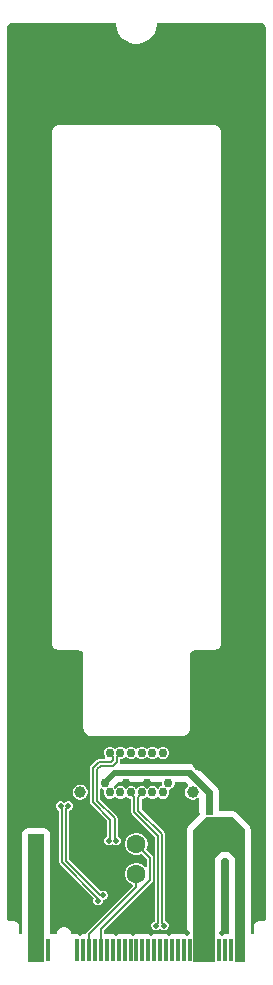
<source format=gbl>
G04*
G04 #@! TF.GenerationSoftware,Altium Limited,Altium Designer,24.5.2 (23)*
G04*
G04 Layer_Physical_Order=2*
G04 Layer_Color=16711680*
%FSLAX44Y44*%
%MOMM*%
G71*
G04*
G04 #@! TF.SameCoordinates,6FC596C0-74E6-4E27-895D-4E0FE7D6B679*
G04*
G04*
G04 #@! TF.FilePolarity,Positive*
G04*
G01*
G75*
%ADD12C,0.2000*%
%ADD23R,0.4000X0.4000*%
%ADD24O,1.2080X2.4160*%
%ADD25O,1.4080X2.8160*%
%ADD26C,0.7500*%
%ADD27C,1.0000*%
%ADD28C,1.6000*%
%ADD29C,0.5000*%
%ADD30R,0.3500X1.9500*%
G36*
X215001Y799999D02*
X215001Y799999D01*
X215001Y799999D01*
X215001D01*
X216172Y799926D01*
X217832Y799238D01*
X219239Y797832D01*
X220000Y795995D01*
X220000Y795000D01*
X220000Y41999D01*
Y41601D01*
X219695Y40867D01*
X219133Y40304D01*
X218398Y40000D01*
X214501D01*
X214500Y40000D01*
X213525Y39904D01*
X211722Y39158D01*
X210343Y37779D01*
X209596Y35977D01*
X209499Y35001D01*
Y28999D01*
X206848D01*
Y117250D01*
X206460Y119201D01*
X205355Y120855D01*
X195105Y131105D01*
X193451Y132210D01*
X191500Y132598D01*
X179598D01*
Y149500D01*
X179210Y151451D01*
X178105Y153105D01*
X160105Y171105D01*
X158451Y172210D01*
X156500Y172598D01*
X96846D01*
X96132Y173731D01*
X96124Y173868D01*
X96299Y174750D01*
Y177000D01*
X97544D01*
X99474Y177799D01*
X100170Y178496D01*
X101000Y179232D01*
X101830Y178496D01*
X102526Y177799D01*
X104456Y177000D01*
X106544D01*
X108474Y177799D01*
X109170Y178496D01*
X110000Y179232D01*
X110830Y178496D01*
X111526Y177799D01*
X113456Y177000D01*
X115544D01*
X117474Y177799D01*
X118170Y178496D01*
X119000Y179232D01*
X119830Y178496D01*
X120526Y177799D01*
X122456Y177000D01*
X124544D01*
X126474Y177799D01*
X127170Y178496D01*
X128000Y179232D01*
X128830Y178496D01*
X129526Y177799D01*
X131456Y177000D01*
X133544D01*
X135474Y177799D01*
X136951Y179276D01*
X137750Y181206D01*
Y183294D01*
X136951Y185224D01*
X135474Y186701D01*
X133544Y187500D01*
X131456D01*
X129526Y186701D01*
X128830Y186004D01*
X128000Y185268D01*
X127170Y186004D01*
X126474Y186701D01*
X124544Y187500D01*
X122456D01*
X120526Y186701D01*
X119830Y186004D01*
X119000Y185268D01*
X118170Y186004D01*
X117474Y186701D01*
X115544Y187500D01*
X113456D01*
X111526Y186701D01*
X110830Y186004D01*
X110000Y185268D01*
X109170Y186004D01*
X108474Y186701D01*
X106544Y187500D01*
X104456D01*
X102526Y186701D01*
X101830Y186004D01*
X101000Y185268D01*
X100170Y186004D01*
X99474Y186701D01*
X97544Y187500D01*
X95456D01*
X93526Y186701D01*
X92830Y186004D01*
X92000Y185268D01*
X91170Y186004D01*
X90474Y186701D01*
X88544Y187500D01*
X86456D01*
X84526Y186701D01*
X83049Y185224D01*
X82250Y183294D01*
Y181206D01*
X83049Y179276D01*
X83756Y178569D01*
X83230Y177299D01*
X78300D01*
X77325Y177105D01*
X76498Y176552D01*
X71448Y171502D01*
X70895Y170675D01*
X70701Y169700D01*
Y140269D01*
X70895Y139294D01*
X71448Y138467D01*
X85451Y124464D01*
Y111645D01*
X84234Y111141D01*
X83109Y110016D01*
X82500Y108546D01*
Y106954D01*
X83109Y105484D01*
X84234Y104359D01*
X85704Y103750D01*
X87296D01*
X88766Y104359D01*
X89750Y105343D01*
X90734Y104359D01*
X92204Y103750D01*
X93796D01*
X95266Y104359D01*
X96391Y105484D01*
X97000Y106954D01*
Y108546D01*
X96391Y110016D01*
X95266Y111141D01*
X94049Y111645D01*
Y126969D01*
X93855Y127944D01*
X93302Y128771D01*
X79299Y142775D01*
Y151367D01*
X80569Y152074D01*
X81637Y151632D01*
X82491Y150376D01*
X82250Y149794D01*
Y147706D01*
X83049Y145776D01*
X84526Y144299D01*
X86456Y143500D01*
X88544D01*
X90474Y144299D01*
X91170Y144996D01*
X92000Y145732D01*
X92830Y144996D01*
X93526Y144299D01*
X95456Y143500D01*
X97544D01*
X99474Y144299D01*
X100170Y144996D01*
X101000Y145732D01*
X101830Y144996D01*
X102526Y144299D01*
X104456Y143500D01*
X105701D01*
Y131800D01*
X105895Y130825D01*
X106448Y129998D01*
X125701Y110744D01*
Y39895D01*
X124484Y39391D01*
X123359Y38266D01*
X122750Y36796D01*
Y35204D01*
X123359Y33734D01*
X124484Y32609D01*
X125954Y32000D01*
X127546D01*
X129016Y32609D01*
X130000Y33593D01*
X130984Y32609D01*
X132454Y32000D01*
X134046D01*
X135516Y32609D01*
X136641Y33734D01*
X137250Y35204D01*
Y36796D01*
X136641Y38266D01*
X135516Y39391D01*
X134299Y39895D01*
Y113250D01*
X134105Y114226D01*
X133552Y115052D01*
X114299Y134306D01*
Y143500D01*
X115544D01*
X117474Y144299D01*
X118170Y144996D01*
X119000Y145732D01*
X119830Y144996D01*
X120526Y144299D01*
X122456Y143500D01*
X124544D01*
X126474Y144299D01*
X127170Y144996D01*
X128000Y145732D01*
X128830Y144996D01*
X129526Y144299D01*
X131456Y143500D01*
X133544D01*
X135474Y144299D01*
X136951Y145776D01*
X137750Y147706D01*
Y149794D01*
X137509Y150376D01*
X138363Y151632D01*
X139974Y152299D01*
X141451Y153776D01*
X142250Y155706D01*
Y157402D01*
X151638D01*
X153773Y155267D01*
X153644Y154285D01*
X153401Y153843D01*
X152299Y152741D01*
X151443Y151259D01*
X151000Y149606D01*
Y147894D01*
X151443Y146241D01*
X152299Y144759D01*
X153509Y143549D01*
X154991Y142693D01*
X156644Y142250D01*
X158356D01*
X160009Y142693D01*
X161491Y143549D01*
X162132Y144190D01*
X163402Y143664D01*
Y132598D01*
X163790Y130647D01*
X164049Y130259D01*
X154645Y120855D01*
X153540Y119201D01*
X153152Y117250D01*
Y28999D01*
X82549Y28999D01*
Y32323D01*
X123302Y73077D01*
X123855Y73903D01*
X124049Y74879D01*
Y93500D01*
X123855Y94475D01*
X123302Y95302D01*
X118274Y100331D01*
X118853Y101333D01*
X119500Y103749D01*
Y106251D01*
X118853Y108667D01*
X117602Y110833D01*
X115833Y112602D01*
X113667Y113853D01*
X111251Y114500D01*
X108749D01*
X106333Y113853D01*
X104167Y112602D01*
X102398Y110833D01*
X101147Y108667D01*
X100500Y106251D01*
Y103749D01*
X101147Y101333D01*
X102398Y99167D01*
X104167Y97398D01*
X106333Y96147D01*
X108749Y95500D01*
X111251D01*
X113667Y96147D01*
X114669Y96726D01*
X118951Y92444D01*
Y85636D01*
X117681Y85296D01*
X117602Y85433D01*
X115833Y87202D01*
X113667Y88453D01*
X111251Y89100D01*
X108749D01*
X106333Y88453D01*
X104167Y87202D01*
X102398Y85433D01*
X101147Y83267D01*
X100500Y80851D01*
Y78349D01*
X101147Y75933D01*
X102398Y73767D01*
X104167Y71998D01*
X106333Y70747D01*
X106344Y70745D01*
X106723Y69328D01*
X68198Y30803D01*
X67645Y29976D01*
X67451Y29000D01*
Y28999D01*
X54750D01*
X54749Y28999D01*
X54634Y30170D01*
X53739Y32333D01*
X52084Y33989D01*
X49921Y34886D01*
X48750Y35001D01*
X48750Y35001D01*
X47579Y34885D01*
X45416Y33989D01*
X43761Y32333D01*
X42866Y30170D01*
X42751Y28999D01*
X36848D01*
Y113250D01*
X36460Y115201D01*
X35355Y116855D01*
X33701Y117960D01*
X31750Y118348D01*
X18250D01*
X16299Y117960D01*
X14645Y116855D01*
X13540Y115201D01*
X13152Y113250D01*
Y28999D01*
X10500D01*
Y35001D01*
X10500D01*
X10500Y35001D01*
X10500Y35002D01*
X10404Y35977D01*
X10326Y36165D01*
X9657Y37779D01*
X8277Y39158D01*
X6475Y39904D01*
X5499Y40000D01*
X1601Y40000D01*
X867Y40304D01*
X304Y40867D01*
X0Y41601D01*
Y41999D01*
Y795000D01*
X-0Y795995D01*
X761Y797832D01*
X2167Y799238D01*
X4004Y799999D01*
X4999Y799999D01*
X92500Y800000D01*
X92584Y798285D01*
X93254Y794920D01*
X94566Y791750D01*
X96472Y788898D01*
X98898Y786472D01*
X101750Y784566D01*
X104920Y783254D01*
X108285Y782584D01*
X111715D01*
X115080Y783254D01*
X118249Y784566D01*
X121102Y786472D01*
X123528Y788898D01*
X125434Y791750D01*
X126746Y794920D01*
X127416Y798285D01*
X127500Y800000D01*
X215001Y799999D01*
D02*
G37*
G36*
X131750Y155706D02*
X131991Y155124D01*
X131137Y153868D01*
X129526Y153201D01*
X128830Y152504D01*
X128000Y151768D01*
X127170Y152504D01*
X126474Y153201D01*
X124544Y154000D01*
X122456D01*
X120526Y153201D01*
X119830Y152504D01*
X119000Y151768D01*
X118170Y152504D01*
X117474Y153201D01*
X115544Y154000D01*
X113456D01*
X111526Y153201D01*
X110830Y152504D01*
X110000Y151768D01*
X109170Y152504D01*
X108474Y153201D01*
X106544Y154000D01*
X104456D01*
X102526Y153201D01*
X101830Y152504D01*
X101000Y151768D01*
X100170Y152504D01*
X99474Y153201D01*
X97544Y154000D01*
X95456D01*
X93526Y153201D01*
X92830Y152504D01*
X92216Y151959D01*
X91168Y152727D01*
X91150Y154191D01*
X94362Y157402D01*
X131750D01*
Y155706D01*
D02*
G37*
G36*
X174500Y149500D02*
Y132598D01*
Y129500D01*
X168500D01*
X168500Y132598D01*
X168500D01*
Y147750D01*
X153750Y162500D01*
X92250D01*
X85750Y156000D01*
X82250Y159500D01*
X90250Y167500D01*
X156500D01*
X174500Y149500D01*
D02*
G37*
G36*
X188152Y91389D02*
Y28999D01*
X181848D01*
Y91388D01*
X183362Y92902D01*
X186638D01*
X188152Y91389D01*
D02*
G37*
G36*
X201750Y117250D02*
Y5500D01*
X193250D01*
Y93500D01*
X188750Y98000D01*
X181250D01*
X176750Y93500D01*
Y5500D01*
X158250D01*
Y117250D01*
X168500Y127500D01*
X191500D01*
X201750Y117250D01*
D02*
G37*
G36*
X31750Y5500D02*
X18250D01*
Y113250D01*
X31750D01*
Y5500D01*
D02*
G37*
%LPC*%
G36*
X175995Y713622D02*
X44005D01*
X43706Y713498D01*
X43383D01*
X41546Y712737D01*
X41318Y712509D01*
X41020Y712385D01*
X39613Y710979D01*
X39490Y710681D01*
X39261Y710452D01*
X38500Y708615D01*
Y708292D01*
X38377Y707994D01*
Y707000D01*
Y275500D01*
Y274505D01*
X38500Y274207D01*
Y273884D01*
X39261Y272047D01*
X39490Y271818D01*
X39613Y271520D01*
X41020Y270114D01*
X41318Y269990D01*
X41546Y269762D01*
X43383Y269001D01*
X43706D01*
X44005Y268877D01*
X44999D01*
X61671Y268876D01*
X62327Y268811D01*
X63608Y268281D01*
X64530Y267358D01*
X65061Y266077D01*
X65126Y265421D01*
X65127Y203252D01*
Y202258D01*
X65251Y201960D01*
Y201637D01*
X66012Y199799D01*
X66240Y199571D01*
X66364Y199273D01*
X67770Y197867D01*
X68068Y197743D01*
X68297Y197515D01*
X70134Y196754D01*
X70457D01*
X70755Y196630D01*
X71750D01*
X148751Y196630D01*
X149745D01*
X150043Y196754D01*
X150366D01*
X152204Y197515D01*
X152432Y197743D01*
X152731Y197867D01*
X154137Y199273D01*
X154260Y199572D01*
X154488Y199800D01*
X155250Y201637D01*
Y201960D01*
X155373Y202258D01*
Y203253D01*
X155374Y265421D01*
X155439Y266077D01*
X155969Y267358D01*
X156892Y268280D01*
X158173Y268811D01*
X158829Y268876D01*
X175001Y268877D01*
X175995D01*
X176294Y269001D01*
X176616D01*
X178454Y269762D01*
X178682Y269990D01*
X178980Y270114D01*
X180387Y271520D01*
X180510Y271818D01*
X180739Y272047D01*
X181500Y273884D01*
Y274207D01*
X181623Y274505D01*
Y275500D01*
Y707000D01*
Y707994D01*
X181500Y708292D01*
Y708615D01*
X180739Y710452D01*
X180510Y710681D01*
X180387Y710979D01*
X178980Y712385D01*
X178682Y712509D01*
X178454Y712737D01*
X176616Y713498D01*
X176294D01*
X175995Y713622D01*
D02*
G37*
G36*
X63356Y155250D02*
X61644D01*
X59991Y154807D01*
X58509Y153951D01*
X57299Y152741D01*
X56443Y151259D01*
X56000Y149606D01*
Y147894D01*
X56443Y146241D01*
X57299Y144759D01*
X58509Y143549D01*
X59991Y142693D01*
X61644Y142250D01*
X63356D01*
X65009Y142693D01*
X66491Y143549D01*
X67701Y144759D01*
X68557Y146241D01*
X69000Y147894D01*
Y149606D01*
X68557Y151259D01*
X67701Y152741D01*
X66491Y153951D01*
X65009Y154807D01*
X63356Y155250D01*
D02*
G37*
G36*
X53046Y141250D02*
X51454D01*
X49984Y140641D01*
X49000Y139657D01*
X48016Y140641D01*
X46546Y141250D01*
X44954D01*
X43484Y140641D01*
X42359Y139516D01*
X41750Y138046D01*
Y136454D01*
X42359Y134984D01*
X43484Y133859D01*
X44701Y133355D01*
Y89371D01*
X44895Y88396D01*
X45448Y87569D01*
X74004Y59012D01*
X73500Y57796D01*
Y56204D01*
X74109Y54734D01*
X75234Y53609D01*
X76704Y53000D01*
X78296D01*
X79766Y53609D01*
X80891Y54734D01*
X81500Y56204D01*
Y57596D01*
X82892D01*
X84362Y58205D01*
X85487Y59330D01*
X86096Y60800D01*
Y62392D01*
X85487Y63862D01*
X84362Y64987D01*
X82892Y65596D01*
X81300D01*
X80084Y65092D01*
X53299Y91877D01*
Y133355D01*
X54516Y133859D01*
X55641Y134984D01*
X56250Y136454D01*
Y138046D01*
X55641Y139516D01*
X54516Y140641D01*
X53046Y141250D01*
D02*
G37*
%LPD*%
D12*
X76750Y141719D02*
Y168250D01*
X79750Y171250D02*
X90250D01*
X78300Y174750D02*
X88800D01*
X73250Y140269D02*
Y169700D01*
X78300Y174750D01*
X76750Y168250D02*
X79750Y171250D01*
X88800Y174750D02*
X90250Y176200D01*
Y171250D02*
X93750Y174750D01*
X90250Y176200D02*
Y178328D01*
X93750Y174750D02*
Y178328D01*
X96500Y181078D02*
Y182250D01*
X93750Y178328D02*
X96500Y181078D01*
X87500D02*
X90250Y178328D01*
X87500Y181078D02*
Y182250D01*
X73250Y140269D02*
X88000Y125519D01*
X76750Y141719D02*
X91500Y126969D01*
Y110062D02*
Y126969D01*
X88000Y110062D02*
Y125519D01*
X70000Y15250D02*
Y29000D01*
X110000Y69000D01*
Y79600D01*
X80000Y33379D02*
X121500Y74879D01*
X110000Y105000D02*
X121500Y93500D01*
Y74879D02*
Y93500D01*
X80000Y15250D02*
Y33379D01*
X79401Y62170D02*
X81522D01*
X47250Y89371D02*
X76926Y59695D01*
Y57574D02*
Y59695D01*
X81522Y62170D02*
X82096Y61596D01*
X50750Y90821D02*
X79401Y62170D01*
X76926Y57574D02*
X77500Y57000D01*
X86500Y108562D02*
X88000Y110062D01*
X86500Y107750D02*
Y108562D01*
X91500Y110062D02*
X93000Y108562D01*
Y107750D02*
Y108562D01*
X50750Y90821D02*
Y134938D01*
X47250Y89371D02*
Y134938D01*
X111750Y133250D02*
Y144828D01*
X128250Y38312D02*
Y111800D01*
X108250Y131800D02*
X128250Y111800D01*
X108250Y131800D02*
Y144828D01*
X131750Y38312D02*
Y113250D01*
X111750Y133250D02*
X131750Y113250D01*
X111750Y144828D02*
X114500Y147578D01*
Y148750D01*
X126750Y36812D02*
X128250Y38312D01*
X126750Y36000D02*
Y36812D01*
X105500Y147578D02*
X108250Y144828D01*
X105500Y147578D02*
Y148750D01*
X133250Y36000D02*
Y36812D01*
X131750Y38312D02*
X133250Y36812D01*
X45750Y136438D02*
Y137250D01*
X52250Y136438D02*
Y137250D01*
X45750Y136438D02*
X47250Y134938D01*
X50750D02*
X52250Y136438D01*
D23*
X171500Y131500D02*
D03*
Y125500D02*
D03*
D24*
X58000Y235250D02*
D03*
X162000D02*
D03*
D25*
X165000Y180250D02*
D03*
X55000D02*
D03*
D26*
X83000Y190250D02*
D03*
X101000D02*
D03*
X119000D02*
D03*
X137000D02*
D03*
X132500Y182250D02*
D03*
X123500D02*
D03*
X87500D02*
D03*
X96500D02*
D03*
X105500D02*
D03*
X114500D02*
D03*
X83000Y156750D02*
D03*
X101000D02*
D03*
X119000D02*
D03*
X137000D02*
D03*
X132500Y148750D02*
D03*
X123500D02*
D03*
X87500D02*
D03*
X96500D02*
D03*
X105500D02*
D03*
X114500D02*
D03*
D27*
X62500D02*
D03*
X157500D02*
D03*
D28*
X110000Y79600D02*
D03*
Y105000D02*
D03*
D29*
X200000Y162000D02*
D03*
Y142000D02*
D03*
X117750Y139750D02*
D03*
X101000D02*
D03*
X119000Y175250D02*
D03*
X67250Y156750D02*
D03*
X39500Y140250D02*
D03*
X58500D02*
D03*
X103750Y92250D02*
D03*
X137500Y87500D02*
D03*
X156000Y136500D02*
D03*
X213250Y57250D02*
D03*
X148250Y75500D02*
D03*
X143000Y54500D02*
D03*
X6250Y68000D02*
D03*
Y48000D02*
D03*
X50500Y68000D02*
D03*
Y48000D02*
D03*
X185000Y56500D02*
D03*
X25000Y98750D02*
D03*
Y87500D02*
D03*
Y109750D02*
D03*
X200000Y182000D02*
D03*
Y202000D02*
D03*
X20000Y142000D02*
D03*
Y162000D02*
D03*
Y182000D02*
D03*
Y222000D02*
D03*
Y202000D02*
D03*
Y242000D02*
D03*
Y702000D02*
D03*
Y762000D02*
D03*
Y782000D02*
D03*
Y742000D02*
D03*
Y722000D02*
D03*
X200000Y642000D02*
D03*
Y662000D02*
D03*
Y702000D02*
D03*
Y682000D02*
D03*
Y622000D02*
D03*
Y242000D02*
D03*
Y262000D02*
D03*
Y302000D02*
D03*
Y282000D02*
D03*
Y222000D02*
D03*
X100000Y742000D02*
D03*
X40000D02*
D03*
X80000D02*
D03*
X60000D02*
D03*
X101500Y124750D02*
D03*
X81500Y114500D02*
D03*
X82000Y70500D02*
D03*
X77500Y48250D02*
D03*
X107499Y29327D02*
D03*
X122501D02*
D03*
X82096Y61596D02*
D03*
X77500Y57000D02*
D03*
X86500Y107750D02*
D03*
X93000D02*
D03*
X62501Y29327D02*
D03*
X133250Y36000D02*
D03*
X126750D02*
D03*
X137502Y29327D02*
D03*
X52250Y137250D02*
D03*
X45750D02*
D03*
X92501Y29327D02*
D03*
X152501D02*
D03*
X182501D02*
D03*
X110000Y775250D02*
D03*
X127501Y782499D02*
D03*
X92499Y782499D02*
D03*
D30*
X200000Y15250D02*
D03*
X195001D02*
D03*
X190000D02*
D03*
X185001D02*
D03*
X180000D02*
D03*
X175001D02*
D03*
X170000D02*
D03*
X165001D02*
D03*
X160000D02*
D03*
X155001D02*
D03*
X150000D02*
D03*
X145001D02*
D03*
X140000D02*
D03*
X135001D02*
D03*
X130000D02*
D03*
X125001D02*
D03*
X120000D02*
D03*
X115001D02*
D03*
X110000D02*
D03*
X104999D02*
D03*
X100000D02*
D03*
X94999D02*
D03*
X90000D02*
D03*
X84999D02*
D03*
X80000D02*
D03*
X74999D02*
D03*
X70000D02*
D03*
X64999D02*
D03*
X60000D02*
D03*
X34999D02*
D03*
X30000D02*
D03*
X24999D02*
D03*
X20000D02*
D03*
M02*

</source>
